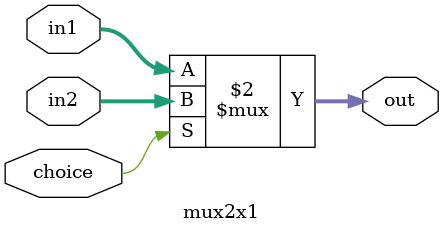
<source format=v>
module mux2x1(input [31:0]in1,input [31:0]in2, output [31:0] out, input choice);

assign out = (choice==1'b0)? in1 : in2;

endmodule

</source>
